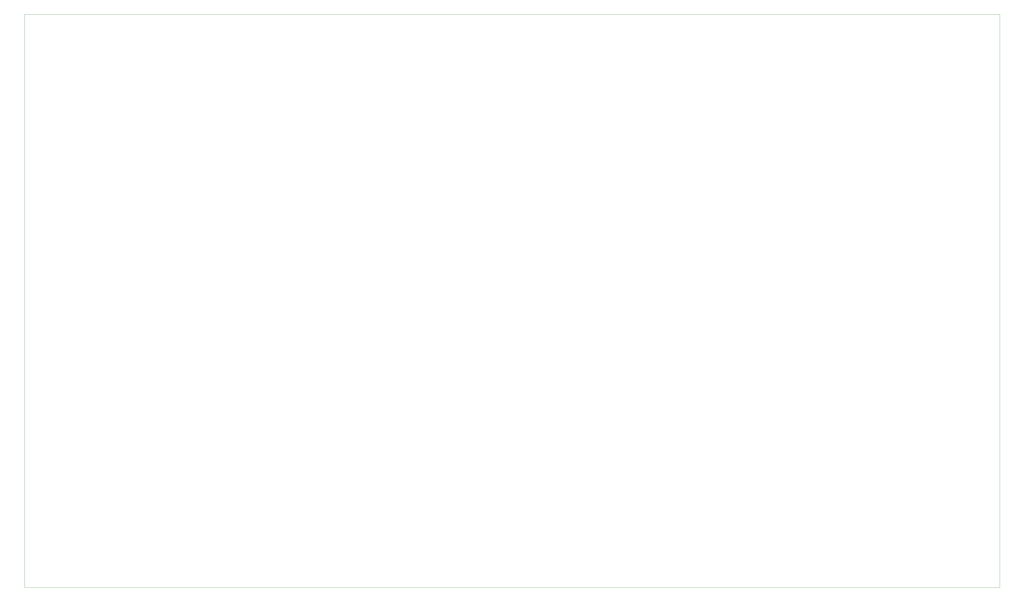
<source format=gbr>
%TF.GenerationSoftware,KiCad,Pcbnew,(6.0.9-0)*%
%TF.CreationDate,2023-07-01T22:34:15+02:00*%
%TF.ProjectId,konstrukt-kicad6,6b6f6e73-7472-4756-9b74-2d6b69636164,rev?*%
%TF.SameCoordinates,Original*%
%TF.FileFunction,Profile,NP*%
%FSLAX46Y46*%
G04 Gerber Fmt 4.6, Leading zero omitted, Abs format (unit mm)*
G04 Created by KiCad (PCBNEW (6.0.9-0)) date 2023-07-01 22:34:15*
%MOMM*%
%LPD*%
G01*
G04 APERTURE LIST*
%TA.AperFunction,Profile*%
%ADD10C,0.100000*%
%TD*%
G04 APERTURE END LIST*
D10*
X0Y0D02*
X357000000Y0D01*
X357000000Y0D02*
X357000000Y-210000000D01*
X357000000Y-210000000D02*
X0Y-210000000D01*
X0Y-210000000D02*
X0Y0D01*
M02*

</source>
